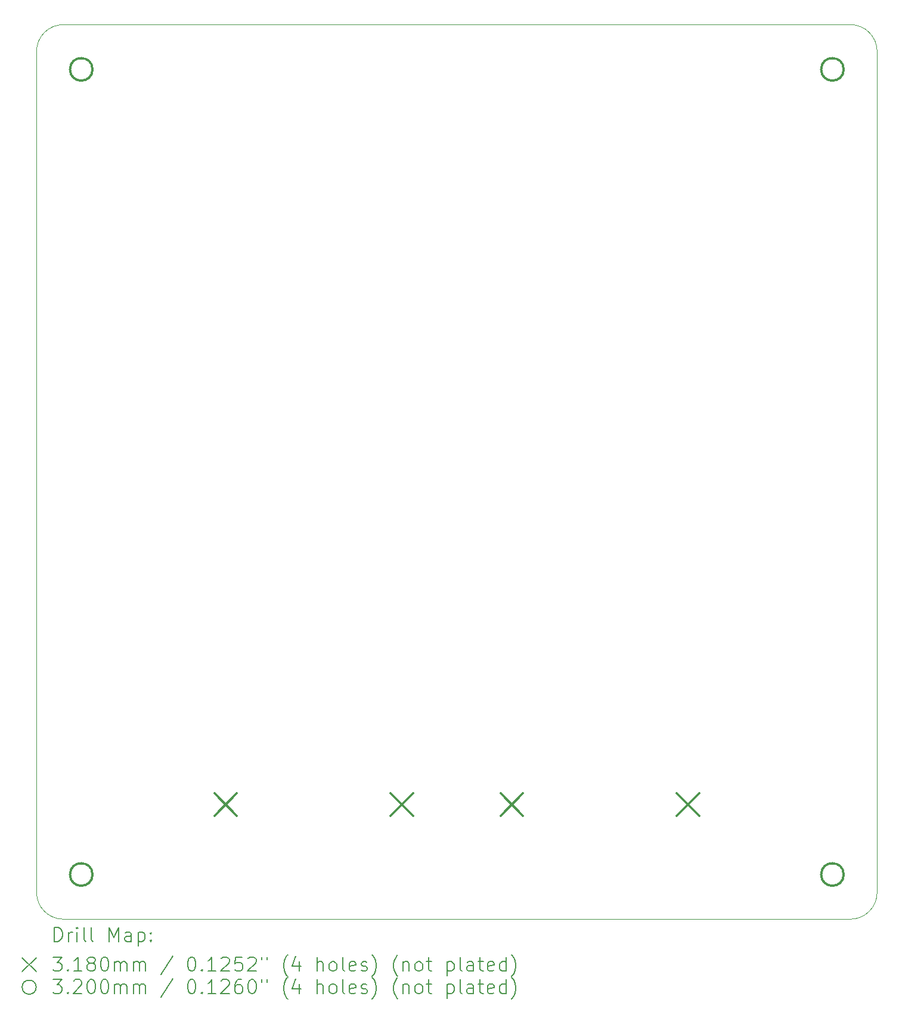
<source format=gbr>
%FSLAX45Y45*%
G04 Gerber Fmt 4.5, Leading zero omitted, Abs format (unit mm)*
G04 Created by KiCad (PCBNEW (6.0.6-0)) date 2024-03-13 21:56:48*
%MOMM*%
%LPD*%
G01*
G04 APERTURE LIST*
%TA.AperFunction,Profile*%
%ADD10C,0.100000*%
%TD*%
%ADD11C,0.200000*%
%ADD12C,0.318000*%
%ADD13C,0.320000*%
G04 APERTURE END LIST*
D10*
X24384000Y-2921000D02*
X24384000Y-14859000D01*
X12827000Y-15240000D02*
X24003000Y-15240000D01*
X12446000Y-2921000D02*
X12446000Y-14859000D01*
X24003000Y-15240000D02*
G75*
G03*
X24384000Y-14859000I0J381000D01*
G01*
X12827000Y-2540000D02*
X24003000Y-2540000D01*
X12446000Y-14859000D02*
G75*
G03*
X12827000Y-15240000I381000J0D01*
G01*
X12827000Y-2540000D02*
G75*
G03*
X12446000Y-2921000I0J-381000D01*
G01*
X24384000Y-2921000D02*
G75*
G03*
X24003000Y-2540000I-381000J0D01*
G01*
D11*
D12*
X14974000Y-13452250D02*
X15292000Y-13770250D01*
X15292000Y-13452250D02*
X14974000Y-13770250D01*
X17474000Y-13452250D02*
X17792000Y-13770250D01*
X17792000Y-13452250D02*
X17474000Y-13770250D01*
X19038000Y-13452250D02*
X19356000Y-13770250D01*
X19356000Y-13452250D02*
X19038000Y-13770250D01*
X21538000Y-13452250D02*
X21856000Y-13770250D01*
X21856000Y-13452250D02*
X21538000Y-13770250D01*
D13*
X13241000Y-3175000D02*
G75*
G03*
X13241000Y-3175000I-160000J0D01*
G01*
X13241000Y-14605000D02*
G75*
G03*
X13241000Y-14605000I-160000J0D01*
G01*
X23909000Y-3175000D02*
G75*
G03*
X23909000Y-3175000I-160000J0D01*
G01*
X23909000Y-14605000D02*
G75*
G03*
X23909000Y-14605000I-160000J0D01*
G01*
D11*
X12698619Y-15555476D02*
X12698619Y-15355476D01*
X12746238Y-15355476D01*
X12774809Y-15365000D01*
X12793857Y-15384048D01*
X12803381Y-15403095D01*
X12812905Y-15441190D01*
X12812905Y-15469762D01*
X12803381Y-15507857D01*
X12793857Y-15526905D01*
X12774809Y-15545952D01*
X12746238Y-15555476D01*
X12698619Y-15555476D01*
X12898619Y-15555476D02*
X12898619Y-15422143D01*
X12898619Y-15460238D02*
X12908143Y-15441190D01*
X12917667Y-15431667D01*
X12936714Y-15422143D01*
X12955762Y-15422143D01*
X13022428Y-15555476D02*
X13022428Y-15422143D01*
X13022428Y-15355476D02*
X13012905Y-15365000D01*
X13022428Y-15374524D01*
X13031952Y-15365000D01*
X13022428Y-15355476D01*
X13022428Y-15374524D01*
X13146238Y-15555476D02*
X13127190Y-15545952D01*
X13117667Y-15526905D01*
X13117667Y-15355476D01*
X13251000Y-15555476D02*
X13231952Y-15545952D01*
X13222428Y-15526905D01*
X13222428Y-15355476D01*
X13479571Y-15555476D02*
X13479571Y-15355476D01*
X13546238Y-15498333D01*
X13612905Y-15355476D01*
X13612905Y-15555476D01*
X13793857Y-15555476D02*
X13793857Y-15450714D01*
X13784333Y-15431667D01*
X13765286Y-15422143D01*
X13727190Y-15422143D01*
X13708143Y-15431667D01*
X13793857Y-15545952D02*
X13774809Y-15555476D01*
X13727190Y-15555476D01*
X13708143Y-15545952D01*
X13698619Y-15526905D01*
X13698619Y-15507857D01*
X13708143Y-15488809D01*
X13727190Y-15479286D01*
X13774809Y-15479286D01*
X13793857Y-15469762D01*
X13889095Y-15422143D02*
X13889095Y-15622143D01*
X13889095Y-15431667D02*
X13908143Y-15422143D01*
X13946238Y-15422143D01*
X13965286Y-15431667D01*
X13974809Y-15441190D01*
X13984333Y-15460238D01*
X13984333Y-15517381D01*
X13974809Y-15536428D01*
X13965286Y-15545952D01*
X13946238Y-15555476D01*
X13908143Y-15555476D01*
X13889095Y-15545952D01*
X14070048Y-15536428D02*
X14079571Y-15545952D01*
X14070048Y-15555476D01*
X14060524Y-15545952D01*
X14070048Y-15536428D01*
X14070048Y-15555476D01*
X14070048Y-15431667D02*
X14079571Y-15441190D01*
X14070048Y-15450714D01*
X14060524Y-15441190D01*
X14070048Y-15431667D01*
X14070048Y-15450714D01*
X12241000Y-15785000D02*
X12441000Y-15985000D01*
X12441000Y-15785000D02*
X12241000Y-15985000D01*
X12679571Y-15775476D02*
X12803381Y-15775476D01*
X12736714Y-15851667D01*
X12765286Y-15851667D01*
X12784333Y-15861190D01*
X12793857Y-15870714D01*
X12803381Y-15889762D01*
X12803381Y-15937381D01*
X12793857Y-15956428D01*
X12784333Y-15965952D01*
X12765286Y-15975476D01*
X12708143Y-15975476D01*
X12689095Y-15965952D01*
X12679571Y-15956428D01*
X12889095Y-15956428D02*
X12898619Y-15965952D01*
X12889095Y-15975476D01*
X12879571Y-15965952D01*
X12889095Y-15956428D01*
X12889095Y-15975476D01*
X13089095Y-15975476D02*
X12974809Y-15975476D01*
X13031952Y-15975476D02*
X13031952Y-15775476D01*
X13012905Y-15804048D01*
X12993857Y-15823095D01*
X12974809Y-15832619D01*
X13203381Y-15861190D02*
X13184333Y-15851667D01*
X13174809Y-15842143D01*
X13165286Y-15823095D01*
X13165286Y-15813571D01*
X13174809Y-15794524D01*
X13184333Y-15785000D01*
X13203381Y-15775476D01*
X13241476Y-15775476D01*
X13260524Y-15785000D01*
X13270048Y-15794524D01*
X13279571Y-15813571D01*
X13279571Y-15823095D01*
X13270048Y-15842143D01*
X13260524Y-15851667D01*
X13241476Y-15861190D01*
X13203381Y-15861190D01*
X13184333Y-15870714D01*
X13174809Y-15880238D01*
X13165286Y-15899286D01*
X13165286Y-15937381D01*
X13174809Y-15956428D01*
X13184333Y-15965952D01*
X13203381Y-15975476D01*
X13241476Y-15975476D01*
X13260524Y-15965952D01*
X13270048Y-15956428D01*
X13279571Y-15937381D01*
X13279571Y-15899286D01*
X13270048Y-15880238D01*
X13260524Y-15870714D01*
X13241476Y-15861190D01*
X13403381Y-15775476D02*
X13422428Y-15775476D01*
X13441476Y-15785000D01*
X13451000Y-15794524D01*
X13460524Y-15813571D01*
X13470048Y-15851667D01*
X13470048Y-15899286D01*
X13460524Y-15937381D01*
X13451000Y-15956428D01*
X13441476Y-15965952D01*
X13422428Y-15975476D01*
X13403381Y-15975476D01*
X13384333Y-15965952D01*
X13374809Y-15956428D01*
X13365286Y-15937381D01*
X13355762Y-15899286D01*
X13355762Y-15851667D01*
X13365286Y-15813571D01*
X13374809Y-15794524D01*
X13384333Y-15785000D01*
X13403381Y-15775476D01*
X13555762Y-15975476D02*
X13555762Y-15842143D01*
X13555762Y-15861190D02*
X13565286Y-15851667D01*
X13584333Y-15842143D01*
X13612905Y-15842143D01*
X13631952Y-15851667D01*
X13641476Y-15870714D01*
X13641476Y-15975476D01*
X13641476Y-15870714D02*
X13651000Y-15851667D01*
X13670048Y-15842143D01*
X13698619Y-15842143D01*
X13717667Y-15851667D01*
X13727190Y-15870714D01*
X13727190Y-15975476D01*
X13822428Y-15975476D02*
X13822428Y-15842143D01*
X13822428Y-15861190D02*
X13831952Y-15851667D01*
X13851000Y-15842143D01*
X13879571Y-15842143D01*
X13898619Y-15851667D01*
X13908143Y-15870714D01*
X13908143Y-15975476D01*
X13908143Y-15870714D02*
X13917667Y-15851667D01*
X13936714Y-15842143D01*
X13965286Y-15842143D01*
X13984333Y-15851667D01*
X13993857Y-15870714D01*
X13993857Y-15975476D01*
X14384333Y-15765952D02*
X14212905Y-16023095D01*
X14641476Y-15775476D02*
X14660524Y-15775476D01*
X14679571Y-15785000D01*
X14689095Y-15794524D01*
X14698619Y-15813571D01*
X14708143Y-15851667D01*
X14708143Y-15899286D01*
X14698619Y-15937381D01*
X14689095Y-15956428D01*
X14679571Y-15965952D01*
X14660524Y-15975476D01*
X14641476Y-15975476D01*
X14622428Y-15965952D01*
X14612905Y-15956428D01*
X14603381Y-15937381D01*
X14593857Y-15899286D01*
X14593857Y-15851667D01*
X14603381Y-15813571D01*
X14612905Y-15794524D01*
X14622428Y-15785000D01*
X14641476Y-15775476D01*
X14793857Y-15956428D02*
X14803381Y-15965952D01*
X14793857Y-15975476D01*
X14784333Y-15965952D01*
X14793857Y-15956428D01*
X14793857Y-15975476D01*
X14993857Y-15975476D02*
X14879571Y-15975476D01*
X14936714Y-15975476D02*
X14936714Y-15775476D01*
X14917667Y-15804048D01*
X14898619Y-15823095D01*
X14879571Y-15832619D01*
X15070048Y-15794524D02*
X15079571Y-15785000D01*
X15098619Y-15775476D01*
X15146238Y-15775476D01*
X15165286Y-15785000D01*
X15174809Y-15794524D01*
X15184333Y-15813571D01*
X15184333Y-15832619D01*
X15174809Y-15861190D01*
X15060524Y-15975476D01*
X15184333Y-15975476D01*
X15365286Y-15775476D02*
X15270048Y-15775476D01*
X15260524Y-15870714D01*
X15270048Y-15861190D01*
X15289095Y-15851667D01*
X15336714Y-15851667D01*
X15355762Y-15861190D01*
X15365286Y-15870714D01*
X15374809Y-15889762D01*
X15374809Y-15937381D01*
X15365286Y-15956428D01*
X15355762Y-15965952D01*
X15336714Y-15975476D01*
X15289095Y-15975476D01*
X15270048Y-15965952D01*
X15260524Y-15956428D01*
X15451000Y-15794524D02*
X15460524Y-15785000D01*
X15479571Y-15775476D01*
X15527190Y-15775476D01*
X15546238Y-15785000D01*
X15555762Y-15794524D01*
X15565286Y-15813571D01*
X15565286Y-15832619D01*
X15555762Y-15861190D01*
X15441476Y-15975476D01*
X15565286Y-15975476D01*
X15641476Y-15775476D02*
X15641476Y-15813571D01*
X15717667Y-15775476D02*
X15717667Y-15813571D01*
X16012905Y-16051667D02*
X16003381Y-16042143D01*
X15984333Y-16013571D01*
X15974809Y-15994524D01*
X15965286Y-15965952D01*
X15955762Y-15918333D01*
X15955762Y-15880238D01*
X15965286Y-15832619D01*
X15974809Y-15804048D01*
X15984333Y-15785000D01*
X16003381Y-15756428D01*
X16012905Y-15746905D01*
X16174809Y-15842143D02*
X16174809Y-15975476D01*
X16127190Y-15765952D02*
X16079571Y-15908809D01*
X16203381Y-15908809D01*
X16431952Y-15975476D02*
X16431952Y-15775476D01*
X16517667Y-15975476D02*
X16517667Y-15870714D01*
X16508143Y-15851667D01*
X16489095Y-15842143D01*
X16460524Y-15842143D01*
X16441476Y-15851667D01*
X16431952Y-15861190D01*
X16641476Y-15975476D02*
X16622428Y-15965952D01*
X16612905Y-15956428D01*
X16603381Y-15937381D01*
X16603381Y-15880238D01*
X16612905Y-15861190D01*
X16622428Y-15851667D01*
X16641476Y-15842143D01*
X16670048Y-15842143D01*
X16689095Y-15851667D01*
X16698619Y-15861190D01*
X16708143Y-15880238D01*
X16708143Y-15937381D01*
X16698619Y-15956428D01*
X16689095Y-15965952D01*
X16670048Y-15975476D01*
X16641476Y-15975476D01*
X16822429Y-15975476D02*
X16803381Y-15965952D01*
X16793857Y-15946905D01*
X16793857Y-15775476D01*
X16974810Y-15965952D02*
X16955762Y-15975476D01*
X16917667Y-15975476D01*
X16898619Y-15965952D01*
X16889095Y-15946905D01*
X16889095Y-15870714D01*
X16898619Y-15851667D01*
X16917667Y-15842143D01*
X16955762Y-15842143D01*
X16974810Y-15851667D01*
X16984333Y-15870714D01*
X16984333Y-15889762D01*
X16889095Y-15908809D01*
X17060524Y-15965952D02*
X17079571Y-15975476D01*
X17117667Y-15975476D01*
X17136714Y-15965952D01*
X17146238Y-15946905D01*
X17146238Y-15937381D01*
X17136714Y-15918333D01*
X17117667Y-15908809D01*
X17089095Y-15908809D01*
X17070048Y-15899286D01*
X17060524Y-15880238D01*
X17060524Y-15870714D01*
X17070048Y-15851667D01*
X17089095Y-15842143D01*
X17117667Y-15842143D01*
X17136714Y-15851667D01*
X17212905Y-16051667D02*
X17222429Y-16042143D01*
X17241476Y-16013571D01*
X17251000Y-15994524D01*
X17260524Y-15965952D01*
X17270048Y-15918333D01*
X17270048Y-15880238D01*
X17260524Y-15832619D01*
X17251000Y-15804048D01*
X17241476Y-15785000D01*
X17222429Y-15756428D01*
X17212905Y-15746905D01*
X17574810Y-16051667D02*
X17565286Y-16042143D01*
X17546238Y-16013571D01*
X17536714Y-15994524D01*
X17527190Y-15965952D01*
X17517667Y-15918333D01*
X17517667Y-15880238D01*
X17527190Y-15832619D01*
X17536714Y-15804048D01*
X17546238Y-15785000D01*
X17565286Y-15756428D01*
X17574810Y-15746905D01*
X17651000Y-15842143D02*
X17651000Y-15975476D01*
X17651000Y-15861190D02*
X17660524Y-15851667D01*
X17679571Y-15842143D01*
X17708143Y-15842143D01*
X17727190Y-15851667D01*
X17736714Y-15870714D01*
X17736714Y-15975476D01*
X17860524Y-15975476D02*
X17841476Y-15965952D01*
X17831952Y-15956428D01*
X17822429Y-15937381D01*
X17822429Y-15880238D01*
X17831952Y-15861190D01*
X17841476Y-15851667D01*
X17860524Y-15842143D01*
X17889095Y-15842143D01*
X17908143Y-15851667D01*
X17917667Y-15861190D01*
X17927190Y-15880238D01*
X17927190Y-15937381D01*
X17917667Y-15956428D01*
X17908143Y-15965952D01*
X17889095Y-15975476D01*
X17860524Y-15975476D01*
X17984333Y-15842143D02*
X18060524Y-15842143D01*
X18012905Y-15775476D02*
X18012905Y-15946905D01*
X18022429Y-15965952D01*
X18041476Y-15975476D01*
X18060524Y-15975476D01*
X18279571Y-15842143D02*
X18279571Y-16042143D01*
X18279571Y-15851667D02*
X18298619Y-15842143D01*
X18336714Y-15842143D01*
X18355762Y-15851667D01*
X18365286Y-15861190D01*
X18374810Y-15880238D01*
X18374810Y-15937381D01*
X18365286Y-15956428D01*
X18355762Y-15965952D01*
X18336714Y-15975476D01*
X18298619Y-15975476D01*
X18279571Y-15965952D01*
X18489095Y-15975476D02*
X18470048Y-15965952D01*
X18460524Y-15946905D01*
X18460524Y-15775476D01*
X18651000Y-15975476D02*
X18651000Y-15870714D01*
X18641476Y-15851667D01*
X18622429Y-15842143D01*
X18584333Y-15842143D01*
X18565286Y-15851667D01*
X18651000Y-15965952D02*
X18631952Y-15975476D01*
X18584333Y-15975476D01*
X18565286Y-15965952D01*
X18555762Y-15946905D01*
X18555762Y-15927857D01*
X18565286Y-15908809D01*
X18584333Y-15899286D01*
X18631952Y-15899286D01*
X18651000Y-15889762D01*
X18717667Y-15842143D02*
X18793857Y-15842143D01*
X18746238Y-15775476D02*
X18746238Y-15946905D01*
X18755762Y-15965952D01*
X18774810Y-15975476D01*
X18793857Y-15975476D01*
X18936714Y-15965952D02*
X18917667Y-15975476D01*
X18879571Y-15975476D01*
X18860524Y-15965952D01*
X18851000Y-15946905D01*
X18851000Y-15870714D01*
X18860524Y-15851667D01*
X18879571Y-15842143D01*
X18917667Y-15842143D01*
X18936714Y-15851667D01*
X18946238Y-15870714D01*
X18946238Y-15889762D01*
X18851000Y-15908809D01*
X19117667Y-15975476D02*
X19117667Y-15775476D01*
X19117667Y-15965952D02*
X19098619Y-15975476D01*
X19060524Y-15975476D01*
X19041476Y-15965952D01*
X19031952Y-15956428D01*
X19022429Y-15937381D01*
X19022429Y-15880238D01*
X19031952Y-15861190D01*
X19041476Y-15851667D01*
X19060524Y-15842143D01*
X19098619Y-15842143D01*
X19117667Y-15851667D01*
X19193857Y-16051667D02*
X19203381Y-16042143D01*
X19222429Y-16013571D01*
X19231952Y-15994524D01*
X19241476Y-15965952D01*
X19251000Y-15918333D01*
X19251000Y-15880238D01*
X19241476Y-15832619D01*
X19231952Y-15804048D01*
X19222429Y-15785000D01*
X19203381Y-15756428D01*
X19193857Y-15746905D01*
X12441000Y-16205000D02*
G75*
G03*
X12441000Y-16205000I-100000J0D01*
G01*
X12679571Y-16095476D02*
X12803381Y-16095476D01*
X12736714Y-16171667D01*
X12765286Y-16171667D01*
X12784333Y-16181190D01*
X12793857Y-16190714D01*
X12803381Y-16209762D01*
X12803381Y-16257381D01*
X12793857Y-16276428D01*
X12784333Y-16285952D01*
X12765286Y-16295476D01*
X12708143Y-16295476D01*
X12689095Y-16285952D01*
X12679571Y-16276428D01*
X12889095Y-16276428D02*
X12898619Y-16285952D01*
X12889095Y-16295476D01*
X12879571Y-16285952D01*
X12889095Y-16276428D01*
X12889095Y-16295476D01*
X12974809Y-16114524D02*
X12984333Y-16105000D01*
X13003381Y-16095476D01*
X13051000Y-16095476D01*
X13070048Y-16105000D01*
X13079571Y-16114524D01*
X13089095Y-16133571D01*
X13089095Y-16152619D01*
X13079571Y-16181190D01*
X12965286Y-16295476D01*
X13089095Y-16295476D01*
X13212905Y-16095476D02*
X13231952Y-16095476D01*
X13251000Y-16105000D01*
X13260524Y-16114524D01*
X13270048Y-16133571D01*
X13279571Y-16171667D01*
X13279571Y-16219286D01*
X13270048Y-16257381D01*
X13260524Y-16276428D01*
X13251000Y-16285952D01*
X13231952Y-16295476D01*
X13212905Y-16295476D01*
X13193857Y-16285952D01*
X13184333Y-16276428D01*
X13174809Y-16257381D01*
X13165286Y-16219286D01*
X13165286Y-16171667D01*
X13174809Y-16133571D01*
X13184333Y-16114524D01*
X13193857Y-16105000D01*
X13212905Y-16095476D01*
X13403381Y-16095476D02*
X13422428Y-16095476D01*
X13441476Y-16105000D01*
X13451000Y-16114524D01*
X13460524Y-16133571D01*
X13470048Y-16171667D01*
X13470048Y-16219286D01*
X13460524Y-16257381D01*
X13451000Y-16276428D01*
X13441476Y-16285952D01*
X13422428Y-16295476D01*
X13403381Y-16295476D01*
X13384333Y-16285952D01*
X13374809Y-16276428D01*
X13365286Y-16257381D01*
X13355762Y-16219286D01*
X13355762Y-16171667D01*
X13365286Y-16133571D01*
X13374809Y-16114524D01*
X13384333Y-16105000D01*
X13403381Y-16095476D01*
X13555762Y-16295476D02*
X13555762Y-16162143D01*
X13555762Y-16181190D02*
X13565286Y-16171667D01*
X13584333Y-16162143D01*
X13612905Y-16162143D01*
X13631952Y-16171667D01*
X13641476Y-16190714D01*
X13641476Y-16295476D01*
X13641476Y-16190714D02*
X13651000Y-16171667D01*
X13670048Y-16162143D01*
X13698619Y-16162143D01*
X13717667Y-16171667D01*
X13727190Y-16190714D01*
X13727190Y-16295476D01*
X13822428Y-16295476D02*
X13822428Y-16162143D01*
X13822428Y-16181190D02*
X13831952Y-16171667D01*
X13851000Y-16162143D01*
X13879571Y-16162143D01*
X13898619Y-16171667D01*
X13908143Y-16190714D01*
X13908143Y-16295476D01*
X13908143Y-16190714D02*
X13917667Y-16171667D01*
X13936714Y-16162143D01*
X13965286Y-16162143D01*
X13984333Y-16171667D01*
X13993857Y-16190714D01*
X13993857Y-16295476D01*
X14384333Y-16085952D02*
X14212905Y-16343095D01*
X14641476Y-16095476D02*
X14660524Y-16095476D01*
X14679571Y-16105000D01*
X14689095Y-16114524D01*
X14698619Y-16133571D01*
X14708143Y-16171667D01*
X14708143Y-16219286D01*
X14698619Y-16257381D01*
X14689095Y-16276428D01*
X14679571Y-16285952D01*
X14660524Y-16295476D01*
X14641476Y-16295476D01*
X14622428Y-16285952D01*
X14612905Y-16276428D01*
X14603381Y-16257381D01*
X14593857Y-16219286D01*
X14593857Y-16171667D01*
X14603381Y-16133571D01*
X14612905Y-16114524D01*
X14622428Y-16105000D01*
X14641476Y-16095476D01*
X14793857Y-16276428D02*
X14803381Y-16285952D01*
X14793857Y-16295476D01*
X14784333Y-16285952D01*
X14793857Y-16276428D01*
X14793857Y-16295476D01*
X14993857Y-16295476D02*
X14879571Y-16295476D01*
X14936714Y-16295476D02*
X14936714Y-16095476D01*
X14917667Y-16124048D01*
X14898619Y-16143095D01*
X14879571Y-16152619D01*
X15070048Y-16114524D02*
X15079571Y-16105000D01*
X15098619Y-16095476D01*
X15146238Y-16095476D01*
X15165286Y-16105000D01*
X15174809Y-16114524D01*
X15184333Y-16133571D01*
X15184333Y-16152619D01*
X15174809Y-16181190D01*
X15060524Y-16295476D01*
X15184333Y-16295476D01*
X15355762Y-16095476D02*
X15317667Y-16095476D01*
X15298619Y-16105000D01*
X15289095Y-16114524D01*
X15270048Y-16143095D01*
X15260524Y-16181190D01*
X15260524Y-16257381D01*
X15270048Y-16276428D01*
X15279571Y-16285952D01*
X15298619Y-16295476D01*
X15336714Y-16295476D01*
X15355762Y-16285952D01*
X15365286Y-16276428D01*
X15374809Y-16257381D01*
X15374809Y-16209762D01*
X15365286Y-16190714D01*
X15355762Y-16181190D01*
X15336714Y-16171667D01*
X15298619Y-16171667D01*
X15279571Y-16181190D01*
X15270048Y-16190714D01*
X15260524Y-16209762D01*
X15498619Y-16095476D02*
X15517667Y-16095476D01*
X15536714Y-16105000D01*
X15546238Y-16114524D01*
X15555762Y-16133571D01*
X15565286Y-16171667D01*
X15565286Y-16219286D01*
X15555762Y-16257381D01*
X15546238Y-16276428D01*
X15536714Y-16285952D01*
X15517667Y-16295476D01*
X15498619Y-16295476D01*
X15479571Y-16285952D01*
X15470048Y-16276428D01*
X15460524Y-16257381D01*
X15451000Y-16219286D01*
X15451000Y-16171667D01*
X15460524Y-16133571D01*
X15470048Y-16114524D01*
X15479571Y-16105000D01*
X15498619Y-16095476D01*
X15641476Y-16095476D02*
X15641476Y-16133571D01*
X15717667Y-16095476D02*
X15717667Y-16133571D01*
X16012905Y-16371667D02*
X16003381Y-16362143D01*
X15984333Y-16333571D01*
X15974809Y-16314524D01*
X15965286Y-16285952D01*
X15955762Y-16238333D01*
X15955762Y-16200238D01*
X15965286Y-16152619D01*
X15974809Y-16124048D01*
X15984333Y-16105000D01*
X16003381Y-16076428D01*
X16012905Y-16066905D01*
X16174809Y-16162143D02*
X16174809Y-16295476D01*
X16127190Y-16085952D02*
X16079571Y-16228809D01*
X16203381Y-16228809D01*
X16431952Y-16295476D02*
X16431952Y-16095476D01*
X16517667Y-16295476D02*
X16517667Y-16190714D01*
X16508143Y-16171667D01*
X16489095Y-16162143D01*
X16460524Y-16162143D01*
X16441476Y-16171667D01*
X16431952Y-16181190D01*
X16641476Y-16295476D02*
X16622428Y-16285952D01*
X16612905Y-16276428D01*
X16603381Y-16257381D01*
X16603381Y-16200238D01*
X16612905Y-16181190D01*
X16622428Y-16171667D01*
X16641476Y-16162143D01*
X16670048Y-16162143D01*
X16689095Y-16171667D01*
X16698619Y-16181190D01*
X16708143Y-16200238D01*
X16708143Y-16257381D01*
X16698619Y-16276428D01*
X16689095Y-16285952D01*
X16670048Y-16295476D01*
X16641476Y-16295476D01*
X16822429Y-16295476D02*
X16803381Y-16285952D01*
X16793857Y-16266905D01*
X16793857Y-16095476D01*
X16974810Y-16285952D02*
X16955762Y-16295476D01*
X16917667Y-16295476D01*
X16898619Y-16285952D01*
X16889095Y-16266905D01*
X16889095Y-16190714D01*
X16898619Y-16171667D01*
X16917667Y-16162143D01*
X16955762Y-16162143D01*
X16974810Y-16171667D01*
X16984333Y-16190714D01*
X16984333Y-16209762D01*
X16889095Y-16228809D01*
X17060524Y-16285952D02*
X17079571Y-16295476D01*
X17117667Y-16295476D01*
X17136714Y-16285952D01*
X17146238Y-16266905D01*
X17146238Y-16257381D01*
X17136714Y-16238333D01*
X17117667Y-16228809D01*
X17089095Y-16228809D01*
X17070048Y-16219286D01*
X17060524Y-16200238D01*
X17060524Y-16190714D01*
X17070048Y-16171667D01*
X17089095Y-16162143D01*
X17117667Y-16162143D01*
X17136714Y-16171667D01*
X17212905Y-16371667D02*
X17222429Y-16362143D01*
X17241476Y-16333571D01*
X17251000Y-16314524D01*
X17260524Y-16285952D01*
X17270048Y-16238333D01*
X17270048Y-16200238D01*
X17260524Y-16152619D01*
X17251000Y-16124048D01*
X17241476Y-16105000D01*
X17222429Y-16076428D01*
X17212905Y-16066905D01*
X17574810Y-16371667D02*
X17565286Y-16362143D01*
X17546238Y-16333571D01*
X17536714Y-16314524D01*
X17527190Y-16285952D01*
X17517667Y-16238333D01*
X17517667Y-16200238D01*
X17527190Y-16152619D01*
X17536714Y-16124048D01*
X17546238Y-16105000D01*
X17565286Y-16076428D01*
X17574810Y-16066905D01*
X17651000Y-16162143D02*
X17651000Y-16295476D01*
X17651000Y-16181190D02*
X17660524Y-16171667D01*
X17679571Y-16162143D01*
X17708143Y-16162143D01*
X17727190Y-16171667D01*
X17736714Y-16190714D01*
X17736714Y-16295476D01*
X17860524Y-16295476D02*
X17841476Y-16285952D01*
X17831952Y-16276428D01*
X17822429Y-16257381D01*
X17822429Y-16200238D01*
X17831952Y-16181190D01*
X17841476Y-16171667D01*
X17860524Y-16162143D01*
X17889095Y-16162143D01*
X17908143Y-16171667D01*
X17917667Y-16181190D01*
X17927190Y-16200238D01*
X17927190Y-16257381D01*
X17917667Y-16276428D01*
X17908143Y-16285952D01*
X17889095Y-16295476D01*
X17860524Y-16295476D01*
X17984333Y-16162143D02*
X18060524Y-16162143D01*
X18012905Y-16095476D02*
X18012905Y-16266905D01*
X18022429Y-16285952D01*
X18041476Y-16295476D01*
X18060524Y-16295476D01*
X18279571Y-16162143D02*
X18279571Y-16362143D01*
X18279571Y-16171667D02*
X18298619Y-16162143D01*
X18336714Y-16162143D01*
X18355762Y-16171667D01*
X18365286Y-16181190D01*
X18374810Y-16200238D01*
X18374810Y-16257381D01*
X18365286Y-16276428D01*
X18355762Y-16285952D01*
X18336714Y-16295476D01*
X18298619Y-16295476D01*
X18279571Y-16285952D01*
X18489095Y-16295476D02*
X18470048Y-16285952D01*
X18460524Y-16266905D01*
X18460524Y-16095476D01*
X18651000Y-16295476D02*
X18651000Y-16190714D01*
X18641476Y-16171667D01*
X18622429Y-16162143D01*
X18584333Y-16162143D01*
X18565286Y-16171667D01*
X18651000Y-16285952D02*
X18631952Y-16295476D01*
X18584333Y-16295476D01*
X18565286Y-16285952D01*
X18555762Y-16266905D01*
X18555762Y-16247857D01*
X18565286Y-16228809D01*
X18584333Y-16219286D01*
X18631952Y-16219286D01*
X18651000Y-16209762D01*
X18717667Y-16162143D02*
X18793857Y-16162143D01*
X18746238Y-16095476D02*
X18746238Y-16266905D01*
X18755762Y-16285952D01*
X18774810Y-16295476D01*
X18793857Y-16295476D01*
X18936714Y-16285952D02*
X18917667Y-16295476D01*
X18879571Y-16295476D01*
X18860524Y-16285952D01*
X18851000Y-16266905D01*
X18851000Y-16190714D01*
X18860524Y-16171667D01*
X18879571Y-16162143D01*
X18917667Y-16162143D01*
X18936714Y-16171667D01*
X18946238Y-16190714D01*
X18946238Y-16209762D01*
X18851000Y-16228809D01*
X19117667Y-16295476D02*
X19117667Y-16095476D01*
X19117667Y-16285952D02*
X19098619Y-16295476D01*
X19060524Y-16295476D01*
X19041476Y-16285952D01*
X19031952Y-16276428D01*
X19022429Y-16257381D01*
X19022429Y-16200238D01*
X19031952Y-16181190D01*
X19041476Y-16171667D01*
X19060524Y-16162143D01*
X19098619Y-16162143D01*
X19117667Y-16171667D01*
X19193857Y-16371667D02*
X19203381Y-16362143D01*
X19222429Y-16333571D01*
X19231952Y-16314524D01*
X19241476Y-16285952D01*
X19251000Y-16238333D01*
X19251000Y-16200238D01*
X19241476Y-16152619D01*
X19231952Y-16124048D01*
X19222429Y-16105000D01*
X19203381Y-16076428D01*
X19193857Y-16066905D01*
M02*

</source>
